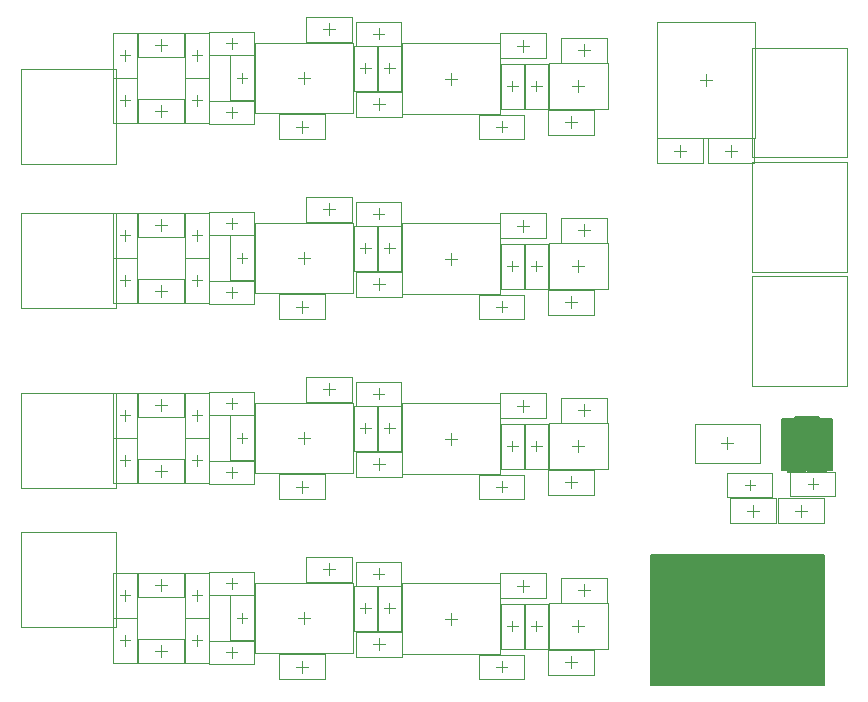
<source format=gbr>
%FSTAX23Y23*%
%MOIN*%
%SFA1B1*%

%IPPOS*%
%ADD38C,0.006000*%
%ADD39C,0.005000*%
%ADD48C,0.003937*%
%ADD52C,0.001969*%
%LNacoustics_4_mechanical_15-1*%
%LPD*%
G36*
X02099Y00517D02*
Y00085D01*
X02678*
Y00517*
X02099*
G37*
G36*
X02556Y00801D02*
X02537D01*
Y00969*
X0258*
Y00976*
X02659*
Y00969*
X02703*
Y00801*
X02683*
Y00794*
X02625*
Y00801*
X02614*
Y00794*
X02556*
Y00801*
G37*
G54D38*
X02537Y00801D02*
X02556D01*
Y00794D02*
Y00801D01*
Y00794D02*
X02614D01*
Y00801*
X02625*
Y00794D02*
Y00801D01*
Y00794D02*
X02683D01*
Y00801*
X02703*
Y00969*
X02659D02*
X02703D01*
X02659D02*
Y00976D01*
X0258D02*
X02659D01*
X0258Y00969D02*
Y00976D01*
X02537Y00969D02*
X0258D01*
X02537Y00801D02*
Y00969D01*
G54D39*
X02099Y00085D02*
X02678D01*
Y00517*
X02099D02*
X02678D01*
X02099Y00085D02*
Y00517D01*
G54D48*
X00943Y00287D02*
Y00327D01*
X00923Y00307D02*
X00962D01*
X02263Y021D02*
X02303D01*
X02283Y0208D02*
Y02119D01*
X02198Y01845D02*
Y01884D01*
X02178Y01865D02*
X02218D01*
X02368Y01845D02*
Y01884D01*
X02348Y01865D02*
X02388D01*
X02355Y0087D02*
Y00909D01*
X02335Y0089D02*
X02374D01*
X026Y00645D02*
Y00684D01*
X0258Y00665D02*
X02619D01*
X0244Y00645D02*
Y00684D01*
X0242Y00665D02*
X02459D01*
X01838Y0148D02*
X01878D01*
X01858Y0146D02*
Y01499D01*
X01413Y01505D02*
X01453D01*
X01433Y01485D02*
Y01524D01*
X00943Y01487D02*
Y01527D01*
X00923Y01507D02*
X00962D01*
X0113Y0154D02*
X01166D01*
X01148Y01522D02*
Y01557D01*
X01603Y01327D02*
Y01362D01*
X01585Y01345D02*
X01621D01*
X0162Y0148D02*
X01656D01*
X01638Y01462D02*
Y01497D01*
X0121Y0154D02*
X01246D01*
X01228Y01522D02*
Y01557D01*
X01193Y01637D02*
Y01672D01*
X01175Y01655D02*
X01211D01*
X017Y0148D02*
X01736D01*
X01718Y01462D02*
Y01497D01*
X00703Y01374D02*
Y0141D01*
X00685Y01392D02*
X0072D01*
X0072Y01507D02*
X00755D01*
X00738Y01489D02*
Y01525D01*
X0057Y01432D02*
X00605D01*
X00588Y01414D02*
Y0145D01*
X0033Y01432D02*
X00365D01*
X00348Y01414D02*
Y0145D01*
X00703Y01604D02*
Y0164D01*
X00685Y01622D02*
X0072D01*
X0057Y01582D02*
X00605D01*
X00588Y01564D02*
Y016D01*
X0033Y01582D02*
X00365D01*
X00348Y01564D02*
Y016D01*
X01673Y01595D02*
Y01634D01*
X01653Y01615D02*
X01693D01*
X01193Y014D02*
Y01439D01*
X01173Y0142D02*
X01213D01*
X01878Y0158D02*
Y01619D01*
X01858Y016D02*
X01898D01*
X01833Y0134D02*
Y01379D01*
X01813Y0136D02*
X01853D01*
X01028Y0165D02*
Y01689D01*
X01008Y0167D02*
X01048D01*
X00938Y01325D02*
Y01364D01*
X00918Y01345D02*
X00958D01*
X00468Y01377D02*
Y01417D01*
X00448Y01397D02*
X00487D01*
X00468Y01597D02*
Y01637D01*
X00448Y01617D02*
X00487D01*
X01585Y00145D02*
X01621D01*
X01603Y00127D02*
Y00162D01*
X02622Y00755D02*
X02657D01*
X0264Y00737D02*
Y00772D01*
X02412Y0075D02*
X02447D01*
X0243Y00732D02*
Y00767D01*
X01585Y01945D02*
X01621D01*
X01603Y01927D02*
Y01962D01*
X01838Y0028D02*
X01878D01*
X01858Y0026D02*
Y00299D01*
X01413Y00305D02*
X01453D01*
X01433Y00285D02*
Y00324D01*
X0113Y0034D02*
X01166D01*
X01148Y00322D02*
Y00357D01*
X0162Y0028D02*
X01656D01*
X01638Y00262D02*
Y00297D01*
X0121Y0034D02*
X01246D01*
X01228Y00322D02*
Y00357D01*
X01193Y00437D02*
Y00472D01*
X01175Y00455D02*
X01211D01*
X017Y0028D02*
X01736D01*
X01718Y00262D02*
Y00297D01*
X00703Y00174D02*
Y0021D01*
X00685Y00192D02*
X0072D01*
X0072Y00307D02*
X00755D01*
X00738Y00289D02*
Y00325D01*
X0057Y00232D02*
X00605D01*
X00588Y00214D02*
Y0025D01*
X0033Y00232D02*
X00365D01*
X00348Y00214D02*
Y0025D01*
X00703Y00404D02*
Y0044D01*
X00685Y00422D02*
X0072D01*
X0057Y00382D02*
X00605D01*
X00588Y00364D02*
Y004D01*
X0033Y00382D02*
X00365D01*
X00348Y00364D02*
Y004D01*
X01673Y00395D02*
Y00434D01*
X01653Y00415D02*
X01693D01*
X01193Y002D02*
Y00239D01*
X01173Y0022D02*
X01213D01*
X01878Y0038D02*
Y00419D01*
X01858Y004D02*
X01898D01*
X01833Y0014D02*
Y00179D01*
X01813Y0016D02*
X01853D01*
X01028Y0045D02*
Y00489D01*
X01008Y0047D02*
X01048D01*
X00938Y00125D02*
Y00164D01*
X00918Y00145D02*
X00958D01*
X00468Y00177D02*
Y00217D01*
X00448Y00197D02*
X00487D01*
X00468Y00397D02*
Y00437D01*
X00448Y00417D02*
X00487D01*
X01838Y0208D02*
X01878D01*
X01858Y0206D02*
Y02099D01*
X01413Y02105D02*
X01453D01*
X01433Y02085D02*
Y02124D01*
X00923Y02107D02*
X00962D01*
X00943Y02087D02*
Y02127D01*
X0113Y0214D02*
X01166D01*
X01148Y02122D02*
Y02157D01*
X0162Y0208D02*
X01656D01*
X01638Y02062D02*
Y02097D01*
X0121Y0214D02*
X01246D01*
X01228Y02122D02*
Y02157D01*
X01193Y02237D02*
Y02272D01*
X01175Y02255D02*
X01211D01*
X017Y0208D02*
X01736D01*
X01718Y02062D02*
Y02097D01*
X00703Y01974D02*
Y0201D01*
X00685Y01992D02*
X0072D01*
X0072Y02107D02*
X00755D01*
X00738Y02089D02*
Y02125D01*
X0057Y02032D02*
X00605D01*
X00588Y02014D02*
Y0205D01*
X0033Y02032D02*
X00365D01*
X00348Y02014D02*
Y0205D01*
X00703Y02204D02*
Y0224D01*
X00685Y02222D02*
X0072D01*
X0057Y02182D02*
X00605D01*
X00588Y02164D02*
Y022D01*
X0033Y02182D02*
X00365D01*
X00348Y02164D02*
Y022D01*
X01673Y02195D02*
Y02234D01*
X01653Y02215D02*
X01693D01*
X01193Y02D02*
Y02039D01*
X01173Y0202D02*
X01213D01*
X01878Y0218D02*
Y02219D01*
X01858Y022D02*
X01898D01*
X01833Y0194D02*
Y01979D01*
X01813Y0196D02*
X01853D01*
X01028Y0225D02*
Y02289D01*
X01008Y0227D02*
X01048D01*
X00938Y01925D02*
Y01964D01*
X00918Y01945D02*
X00958D01*
X00468Y01977D02*
Y02017D01*
X00448Y01997D02*
X00487D01*
X00468Y02197D02*
Y02237D01*
X00448Y02217D02*
X00487D01*
X00448Y01017D02*
X00487D01*
X00468Y00997D02*
Y01037D01*
X00448Y00797D02*
X00487D01*
X00468Y00777D02*
Y00817D01*
X00918Y00745D02*
X00958D01*
X00938Y00725D02*
Y00764D01*
X01008Y0107D02*
X01048D01*
X01028Y0105D02*
Y01089D01*
X01813Y0076D02*
X01853D01*
X01833Y0074D02*
Y00779D01*
X01858Y01D02*
X01898D01*
X01878Y0098D02*
Y01019D01*
X01173Y0082D02*
X01213D01*
X01193Y008D02*
Y00839D01*
X01653Y01015D02*
X01693D01*
X01673Y00995D02*
Y01034D01*
X00348Y00964D02*
Y01D01*
X0033Y00982D02*
X00365D01*
X00588Y00964D02*
Y01D01*
X0057Y00982D02*
X00605D01*
X00685Y01022D02*
X0072D01*
X00703Y01004D02*
Y0104D01*
X00348Y00814D02*
Y0085D01*
X0033Y00832D02*
X00365D01*
X00588Y00814D02*
Y0085D01*
X0057Y00832D02*
X00605D01*
X00738Y00889D02*
Y00925D01*
X0072Y00907D02*
X00755D01*
X00685Y00792D02*
X0072D01*
X00703Y00774D02*
Y0081D01*
X01718Y00862D02*
Y00897D01*
X017Y0088D02*
X01736D01*
X01175Y01055D02*
X01211D01*
X01193Y01037D02*
Y01072D01*
X01228Y00922D02*
Y00957D01*
X0121Y0094D02*
X01246D01*
X01638Y00862D02*
Y00897D01*
X0162Y0088D02*
X01656D01*
X01585Y00745D02*
X01621D01*
X01603Y00727D02*
Y00762D01*
X01148Y00922D02*
Y00957D01*
X0113Y0094D02*
X01166D01*
X00943Y00887D02*
Y00927D01*
X00923Y00907D02*
X00962D01*
X01433Y00885D02*
Y00924D01*
X01413Y00905D02*
X01453D01*
X01858Y0086D02*
Y00899D01*
X01838Y0088D02*
X01878D01*
G54D52*
X00779Y00189D02*
X01106D01*
X00779Y00425D02*
X01106D01*
Y00189D02*
Y00425D01*
X00779Y00189D02*
Y00425D01*
X02446Y01907D02*
Y02292D01*
X0212Y01907D02*
Y02292D01*
Y01907D02*
X02446D01*
X0212Y02292D02*
X02446D01*
X02121Y01906D02*
X02275D01*
X02121Y01823D02*
X02275D01*
X02121D02*
Y01906D01*
X02275Y01823D02*
Y01906D01*
X02291Y01823D02*
X02445D01*
X02291Y01906D02*
X02445D01*
Y01823D02*
Y01906D01*
X02291Y01823D02*
Y01906D01*
X02247Y00954D02*
X02462D01*
X02247Y00825D02*
X02462D01*
X02247D02*
Y00954D01*
X02462Y00825D02*
Y00954D01*
X02523Y00623D02*
X02676D01*
X02523Y00706D02*
X02676D01*
Y00623D02*
Y00706D01*
X02523Y00623D02*
Y00706D01*
X02363D02*
X02516D01*
X02363Y00623D02*
X02516D01*
X02363D02*
Y00706D01*
X02516Y00623D02*
Y00706D01*
X01759Y01403D02*
Y01556D01*
X01957Y01403D02*
Y01556D01*
X01759D02*
X01957D01*
X01759Y01403D02*
X01957D01*
X0127Y01386D02*
Y01623D01*
X01596Y01386D02*
Y01623D01*
X0127D02*
X01596D01*
X0127Y01386D02*
X01596D01*
X00779Y01389D02*
X01106D01*
X00779Y01625D02*
X01106D01*
Y01389D02*
Y01625D01*
X00779Y01389D02*
Y01625D01*
X01109Y01465D02*
Y01614D01*
X01187Y01465D02*
Y01614D01*
X01109Y01465D02*
X01187D01*
X01109Y01614D02*
X01187D01*
X01528Y01305D02*
X01678D01*
X01528Y01384D02*
X01678D01*
Y01305D02*
Y01384D01*
X01528Y01305D02*
Y01384D01*
X01677Y01405D02*
Y01554D01*
X01599Y01405D02*
Y01554D01*
X01677*
X01599Y01405D02*
X01677D01*
X01267Y01465D02*
Y01614D01*
X01189Y01465D02*
Y01614D01*
X01267*
X01189Y01465D02*
X01267D01*
X01118Y01694D02*
X01268D01*
X01118Y01615D02*
X01268D01*
X01118D02*
Y01694D01*
X01268Y01615D02*
Y01694D01*
X01757Y01405D02*
Y01554D01*
X01679Y01405D02*
Y01554D01*
X01757*
X01679Y01405D02*
X01757D01*
X00628Y01431D02*
X00778D01*
X00628Y01353D02*
X00778D01*
X00628D02*
Y01431D01*
X00778Y01353D02*
Y01431D01*
X00777Y01432D02*
Y01582D01*
X00698Y01432D02*
Y01582D01*
X00777*
X00698Y01432D02*
X00777D01*
X00627Y01357D02*
Y01507D01*
X00548Y01357D02*
Y01507D01*
X00627*
X00548Y01357D02*
X00627D01*
X00387D02*
Y01507D01*
X00308Y01357D02*
Y01507D01*
X00387*
X00308Y01357D02*
X00387D01*
X00628Y01661D02*
X00778D01*
X00628Y01583D02*
X00778D01*
X00628D02*
Y01661D01*
X00778Y01583D02*
Y01661D01*
X00548Y01507D02*
Y01657D01*
X00627Y01507D02*
Y01657D01*
X00548Y01507D02*
X00627D01*
X00548Y01657D02*
X00627D01*
X00308Y01507D02*
Y01657D01*
X00387Y01507D02*
Y01657D01*
X00308Y01507D02*
X00387D01*
X00308Y01657D02*
X00387D01*
X01596Y01656D02*
X0175D01*
X01596Y01573D02*
X0175D01*
X01596D02*
Y01656D01*
X0175Y01573D02*
Y01656D01*
X01116Y01378D02*
X0127D01*
X01116Y01461D02*
X0127D01*
Y01378D02*
Y01461D01*
X01116Y01378D02*
Y01461D01*
X01801Y01558D02*
X01955D01*
X01801Y01641D02*
X01955D01*
Y01558D02*
Y01641D01*
X01801Y01558D02*
Y01641D01*
X01756Y01318D02*
X0191D01*
X01756Y01401D02*
X0191D01*
Y01318D02*
Y01401D01*
X01756Y01318D02*
Y01401D01*
X00951Y01628D02*
X01105D01*
X00951Y01711D02*
X01105D01*
Y01628D02*
Y01711D01*
X00951Y01628D02*
Y01711D01*
X00861Y01303D02*
X01015D01*
X00861Y01386D02*
X01015D01*
Y01303D02*
Y01386D01*
X00861Y01303D02*
Y01386D01*
X00391Y01356D02*
X00544D01*
X00391Y01438D02*
X00544D01*
Y01356D02*
Y01438D01*
X00391Y01356D02*
Y01438D01*
Y01576D02*
X00544D01*
X00391Y01658D02*
X00544D01*
Y01576D02*
Y01658D01*
X00391Y01576D02*
Y01658D01*
X01528Y00105D02*
Y00184D01*
X01678Y00105D02*
Y00184D01*
X01528D02*
X01678D01*
X01528Y00105D02*
X01678D01*
X02565Y00715D02*
Y00794D01*
X02714Y00715D02*
Y00794D01*
X02565D02*
X02714D01*
X02565Y00715D02*
X02714D01*
X02504Y0071D02*
Y00789D01*
X02355Y0071D02*
Y00789D01*
Y0071D02*
X02504D01*
X02355Y00789D02*
X02504D01*
X01528Y01905D02*
Y01984D01*
X01678Y01905D02*
Y01984D01*
X01528D02*
X01678D01*
X01528Y01905D02*
X01678D01*
X01759Y00203D02*
Y00356D01*
X01957Y00203D02*
Y00356D01*
X01759D02*
X01957D01*
X01759Y00203D02*
X01957D01*
X0127Y00186D02*
Y00423D01*
X01596Y00186D02*
Y00423D01*
X0127D02*
X01596D01*
X0127Y00186D02*
X01596D01*
X01109Y00265D02*
Y00414D01*
X01187Y00265D02*
Y00414D01*
X01109Y00265D02*
X01187D01*
X01109Y00414D02*
X01187D01*
X01677Y00205D02*
Y00354D01*
X01599Y00205D02*
Y00354D01*
X01677*
X01599Y00205D02*
X01677D01*
X01267Y00265D02*
Y00414D01*
X01189Y00265D02*
Y00414D01*
X01267*
X01189Y00265D02*
X01267D01*
X01118Y00494D02*
X01268D01*
X01118Y00415D02*
X01268D01*
X01118D02*
Y00494D01*
X01268Y00415D02*
Y00494D01*
X01757Y00205D02*
Y00354D01*
X01679Y00205D02*
Y00354D01*
X01757*
X01679Y00205D02*
X01757D01*
X00628Y00231D02*
X00778D01*
X00628Y00153D02*
X00778D01*
X00628D02*
Y00231D01*
X00778Y00153D02*
Y00231D01*
X00777Y00232D02*
Y00382D01*
X00698Y00232D02*
Y00382D01*
X00777*
X00698Y00232D02*
X00777D01*
X00627Y00157D02*
Y00307D01*
X00548Y00157D02*
Y00307D01*
X00627*
X00548Y00157D02*
X00627D01*
X00387D02*
Y00307D01*
X00308Y00157D02*
Y00307D01*
X00387*
X00308Y00157D02*
X00387D01*
X00628Y00461D02*
X00778D01*
X00628Y00383D02*
X00778D01*
X00628D02*
Y00461D01*
X00778Y00383D02*
Y00461D01*
X00548Y00307D02*
Y00457D01*
X00627Y00307D02*
Y00457D01*
X00548Y00307D02*
X00627D01*
X00548Y00457D02*
X00627D01*
X00308Y00307D02*
Y00457D01*
X00387Y00307D02*
Y00457D01*
X00308Y00307D02*
X00387D01*
X00308Y00457D02*
X00387D01*
X01596Y00456D02*
X0175D01*
X01596Y00373D02*
X0175D01*
X01596D02*
Y00456D01*
X0175Y00373D02*
Y00456D01*
X01116Y00178D02*
X0127D01*
X01116Y00261D02*
X0127D01*
Y00178D02*
Y00261D01*
X01116Y00178D02*
Y00261D01*
X01801Y00358D02*
X01955D01*
X01801Y00441D02*
X01955D01*
Y00358D02*
Y00441D01*
X01801Y00358D02*
Y00441D01*
X01756Y00118D02*
X0191D01*
X01756Y00201D02*
X0191D01*
Y00118D02*
Y00201D01*
X01756Y00118D02*
Y00201D01*
X00951Y00428D02*
X01105D01*
X00951Y00511D02*
X01105D01*
Y00428D02*
Y00511D01*
X00951Y00428D02*
Y00511D01*
X00861Y00103D02*
X01015D01*
X00861Y00186D02*
X01015D01*
Y00103D02*
Y00186D01*
X00861Y00103D02*
Y00186D01*
X00391Y00156D02*
X00544D01*
X00391Y00238D02*
X00544D01*
Y00156D02*
Y00238D01*
X00391Y00156D02*
Y00238D01*
Y00376D02*
X00544D01*
X00391Y00458D02*
X00544D01*
Y00376D02*
Y00458D01*
X00391Y00376D02*
Y00458D01*
X0Y01821D02*
X00316D01*
Y02138*
X0D02*
X00316D01*
X0Y01821D02*
Y02138D01*
Y01341D02*
Y01658D01*
X00316*
Y01341D02*
Y01658D01*
X0Y01341D02*
X00316D01*
X0Y00741D02*
X00316D01*
Y01058*
X0D02*
X00316D01*
X0Y00741D02*
Y01058D01*
Y00277D02*
Y00594D01*
X00316*
Y00277D02*
Y00594D01*
X0Y00277D02*
X00316D01*
X02438Y02208D02*
X02755D01*
X02438Y01842D02*
Y02208D01*
Y01842D02*
X02755D01*
Y02208*
Y0146D02*
Y01826D01*
X02438Y0146D02*
X02755D01*
X02438D02*
Y01826D01*
X02755*
X02438Y01447D02*
X02755D01*
X02438Y01081D02*
Y01447D01*
Y01081D02*
X02755D01*
Y01447*
X01759Y02003D02*
Y02156D01*
X01957Y02003D02*
Y02156D01*
X01759D02*
X01957D01*
X01759Y02003D02*
X01957D01*
X0127Y01986D02*
Y02223D01*
X01596Y01986D02*
Y02223D01*
X0127D02*
X01596D01*
X0127Y01986D02*
X01596D01*
X00779Y01989D02*
Y02225D01*
X01106Y01989D02*
Y02225D01*
X00779D02*
X01106D01*
X00779Y01989D02*
X01106D01*
X01109Y02065D02*
Y02214D01*
X01187Y02065D02*
Y02214D01*
X01109Y02065D02*
X01187D01*
X01109Y02214D02*
X01187D01*
X01677Y02005D02*
Y02154D01*
X01599Y02005D02*
Y02154D01*
X01677*
X01599Y02005D02*
X01677D01*
X01267Y02065D02*
Y02214D01*
X01189Y02065D02*
Y02214D01*
X01267*
X01189Y02065D02*
X01267D01*
X01118Y02294D02*
X01268D01*
X01118Y02215D02*
X01268D01*
X01118D02*
Y02294D01*
X01268Y02215D02*
Y02294D01*
X01757Y02005D02*
Y02154D01*
X01679Y02005D02*
Y02154D01*
X01757*
X01679Y02005D02*
X01757D01*
X00628Y02031D02*
X00778D01*
X00628Y01953D02*
X00778D01*
X00628D02*
Y02031D01*
X00778Y01953D02*
Y02031D01*
X00777Y02032D02*
Y02182D01*
X00698Y02032D02*
Y02182D01*
X00777*
X00698Y02032D02*
X00777D01*
X00627Y01957D02*
Y02107D01*
X00548Y01957D02*
Y02107D01*
X00627*
X00548Y01957D02*
X00627D01*
X00387D02*
Y02107D01*
X00308Y01957D02*
Y02107D01*
X00387*
X00308Y01957D02*
X00387D01*
X00628Y02261D02*
X00778D01*
X00628Y02183D02*
X00778D01*
X00628D02*
Y02261D01*
X00778Y02183D02*
Y02261D01*
X00548Y02107D02*
Y02257D01*
X00627Y02107D02*
Y02257D01*
X00548Y02107D02*
X00627D01*
X00548Y02257D02*
X00627D01*
X00308Y02107D02*
Y02257D01*
X00387Y02107D02*
Y02257D01*
X00308Y02107D02*
X00387D01*
X00308Y02257D02*
X00387D01*
X01596Y02256D02*
X0175D01*
X01596Y02173D02*
X0175D01*
X01596D02*
Y02256D01*
X0175Y02173D02*
Y02256D01*
X01116Y01978D02*
X0127D01*
X01116Y02061D02*
X0127D01*
Y01978D02*
Y02061D01*
X01116Y01978D02*
Y02061D01*
X01801Y02158D02*
X01955D01*
X01801Y02241D02*
X01955D01*
Y02158D02*
Y02241D01*
X01801Y02158D02*
Y02241D01*
X01756Y01918D02*
X0191D01*
X01756Y02001D02*
X0191D01*
Y01918D02*
Y02001D01*
X01756Y01918D02*
Y02001D01*
X00951Y02228D02*
X01105D01*
X00951Y02311D02*
X01105D01*
Y02228D02*
Y02311D01*
X00951Y02228D02*
Y02311D01*
X00861Y01903D02*
X01015D01*
X00861Y01986D02*
X01015D01*
Y01903D02*
Y01986D01*
X00861Y01903D02*
Y01986D01*
X00391Y01956D02*
X00544D01*
X00391Y02038D02*
X00544D01*
Y01956D02*
Y02038D01*
X00391Y01956D02*
Y02038D01*
Y02176D02*
X00544D01*
X00391Y02258D02*
X00544D01*
Y02176D02*
Y02258D01*
X00391Y02176D02*
Y02258D01*
Y00976D02*
Y01058D01*
X00544Y00976D02*
Y01058D01*
X00391D02*
X00544D01*
X00391Y00976D02*
X00544D01*
X00391Y00756D02*
Y00838D01*
X00544Y00756D02*
Y00838D01*
X00391D02*
X00544D01*
X00391Y00756D02*
X00544D01*
X00861Y00703D02*
Y00786D01*
X01015Y00703D02*
Y00786D01*
X00861D02*
X01015D01*
X00861Y00703D02*
X01015D01*
X00951Y01028D02*
Y01111D01*
X01105Y01028D02*
Y01111D01*
X00951D02*
X01105D01*
X00951Y01028D02*
X01105D01*
X01756Y00718D02*
Y00801D01*
X0191Y00718D02*
Y00801D01*
X01756D02*
X0191D01*
X01756Y00718D02*
X0191D01*
X01801Y00958D02*
Y01041D01*
X01955Y00958D02*
Y01041D01*
X01801D02*
X01955D01*
X01801Y00958D02*
X01955D01*
X01116Y00778D02*
Y00861D01*
X0127Y00778D02*
Y00861D01*
X01116D02*
X0127D01*
X01116Y00778D02*
X0127D01*
X0175Y00973D02*
Y01056D01*
X01596Y00973D02*
Y01056D01*
Y00973D02*
X0175D01*
X01596Y01056D02*
X0175D01*
X00308Y01057D02*
X00387D01*
X00308Y00907D02*
X00387D01*
Y01057*
X00308Y00907D02*
Y01057D01*
X00548D02*
X00627D01*
X00548Y00907D02*
X00627D01*
Y01057*
X00548Y00907D02*
Y01057D01*
X00778Y00983D02*
Y01061D01*
X00628Y00983D02*
Y01061D01*
Y00983D02*
X00778D01*
X00628Y01061D02*
X00778D01*
X00308Y00757D02*
X00387D01*
X00308Y00907D02*
X00387D01*
X00308Y00757D02*
Y00907D01*
X00387Y00757D02*
Y00907D01*
X00548Y00757D02*
X00627D01*
X00548Y00907D02*
X00627D01*
X00548Y00757D02*
Y00907D01*
X00627Y00757D02*
Y00907D01*
X00698Y00832D02*
X00777D01*
X00698Y00982D02*
X00777D01*
X00698Y00832D02*
Y00982D01*
X00777Y00832D02*
Y00982D01*
X00778Y00753D02*
Y00831D01*
X00628Y00753D02*
Y00831D01*
Y00753D02*
X00778D01*
X00628Y00831D02*
X00778D01*
X01679Y00805D02*
X01757D01*
X01679Y00954D02*
X01757D01*
X01679Y00805D02*
Y00954D01*
X01757Y00805D02*
Y00954D01*
X01268Y01015D02*
Y01094D01*
X01118Y01015D02*
Y01094D01*
Y01015D02*
X01268D01*
X01118Y01094D02*
X01268D01*
X01189Y00865D02*
X01267D01*
X01189Y01014D02*
X01267D01*
X01189Y00865D02*
Y01014D01*
X01267Y00865D02*
Y01014D01*
X01599Y00805D02*
X01677D01*
X01599Y00954D02*
X01677D01*
X01599Y00805D02*
Y00954D01*
X01677Y00805D02*
Y00954D01*
X01528Y00705D02*
Y00784D01*
X01678Y00705D02*
Y00784D01*
X01528D02*
X01678D01*
X01528Y00705D02*
X01678D01*
X01109Y01014D02*
X01187D01*
X01109Y00865D02*
X01187D01*
Y01014*
X01109Y00865D02*
Y01014D01*
X00779Y00789D02*
X01106D01*
X00779Y01025D02*
X01106D01*
Y00789D02*
Y01025D01*
X00779Y00789D02*
Y01025D01*
X0127Y00786D02*
X01596D01*
X0127Y01023D02*
X01596D01*
Y00786D02*
Y01023D01*
X0127Y00786D02*
Y01023D01*
X01759Y00803D02*
X01957D01*
X01759Y00956D02*
X01957D01*
Y00803D02*
Y00956D01*
X01759Y00803D02*
Y00956D01*
M02*
</source>
